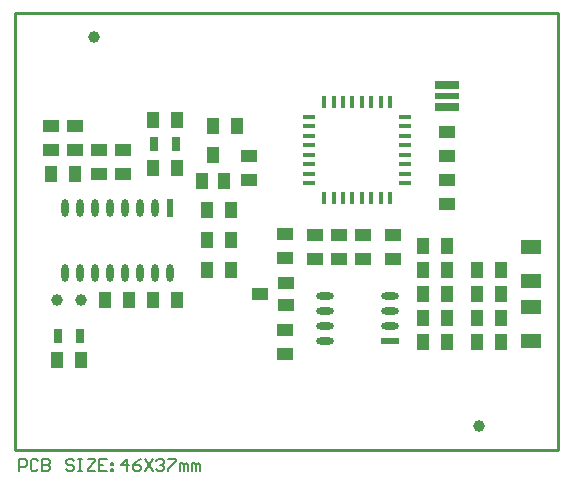
<source format=gtp>
%FSLAX43Y43*%
%MOMM*%
G71*
G01*
G75*
G04 Layer_Color=8421504*
%ADD10R,0.700X1.200*%
%ADD11R,2.050X0.700*%
%ADD12R,2.050X0.500*%
%ADD13O,1.500X0.600*%
%ADD14R,1.500X0.600*%
%ADD15R,1.800X1.300*%
%ADD16O,0.600X1.500*%
%ADD17R,0.600X1.500*%
%ADD18R,0.450X1.075*%
%ADD19R,1.075X0.450*%
%ADD20C,1.000*%
%ADD21R,1.400X1.000*%
%ADD22R,1.000X1.400*%
%ADD23R,1.400X1.000*%
%ADD24R,1.000X1.400*%
%ADD25C,1.000*%
%ADD26C,0.305*%
%ADD27C,0.300*%
%ADD28C,0.500*%
%ADD29C,0.200*%
%ADD30C,0.254*%
%ADD31O,0.900X1.200*%
%ADD32R,0.900X1.200*%
%ADD33C,1.800*%
%ADD34R,1.800X1.800*%
%ADD35R,1.800X1.800*%
%ADD36C,3.000*%
%ADD37C,2.000*%
%ADD38R,2.000X2.000*%
%ADD39C,0.800*%
%ADD40C,0.600*%
%ADD41C,0.250*%
%ADD42C,0.150*%
%ADD43C,0.100*%
%ADD44C,0.152*%
D10*
X5522Y9652D02*
D03*
X3622D02*
D03*
X13650Y25908D02*
D03*
X11750D02*
D03*
D11*
X36576Y29022D02*
D03*
Y30922D02*
D03*
D12*
Y29972D02*
D03*
D13*
X26206Y13081D02*
D03*
Y11811D02*
D03*
Y10541D02*
D03*
Y9271D02*
D03*
X31706Y13081D02*
D03*
Y11811D02*
D03*
Y10541D02*
D03*
D14*
Y9271D02*
D03*
D15*
X43688Y14298D02*
D03*
Y17198D02*
D03*
Y12118D02*
D03*
Y9218D02*
D03*
D16*
X13081Y15030D02*
D03*
X11811D02*
D03*
X4191D02*
D03*
Y20530D02*
D03*
X11811D02*
D03*
X10541D02*
D03*
X9271D02*
D03*
X8001D02*
D03*
X6731D02*
D03*
X5461D02*
D03*
X10541Y15030D02*
D03*
X9271D02*
D03*
X8001D02*
D03*
X6731D02*
D03*
X5461D02*
D03*
D17*
X13081Y20530D02*
D03*
D18*
X31756Y21312D02*
D03*
X30956D02*
D03*
X30156D02*
D03*
X29356D02*
D03*
X28556D02*
D03*
X27756D02*
D03*
X26956D02*
D03*
X26156D02*
D03*
Y29487D02*
D03*
X26956D02*
D03*
X27756D02*
D03*
X28556D02*
D03*
X29356D02*
D03*
X30156D02*
D03*
X30956D02*
D03*
X31756D02*
D03*
D19*
X24868Y22600D02*
D03*
Y23400D02*
D03*
Y24200D02*
D03*
Y25000D02*
D03*
Y25800D02*
D03*
Y26600D02*
D03*
Y27400D02*
D03*
Y28200D02*
D03*
X33043D02*
D03*
Y27400D02*
D03*
Y26600D02*
D03*
Y25800D02*
D03*
Y25000D02*
D03*
Y24200D02*
D03*
Y23400D02*
D03*
Y22600D02*
D03*
D20*
X3556Y12700D02*
D03*
X5588D02*
D03*
X6700Y35000D02*
D03*
X39300Y2000D02*
D03*
D21*
X19812Y22876D02*
D03*
Y24876D02*
D03*
X29464Y18180D02*
D03*
Y16180D02*
D03*
X22860Y18272D02*
D03*
Y16272D02*
D03*
Y8144D02*
D03*
Y10144D02*
D03*
X32004Y18180D02*
D03*
Y16180D02*
D03*
X3048Y27416D02*
D03*
Y25416D02*
D03*
X5080D02*
D03*
Y27416D02*
D03*
X9144Y23384D02*
D03*
Y25384D02*
D03*
X27432Y18180D02*
D03*
Y16180D02*
D03*
X7112Y25384D02*
D03*
Y23384D02*
D03*
X25400Y18180D02*
D03*
Y16180D02*
D03*
X36576Y24908D02*
D03*
Y26908D02*
D03*
Y20844D02*
D03*
Y22844D02*
D03*
D22*
X36560Y11176D02*
D03*
X34560D02*
D03*
Y15240D02*
D03*
X36560D02*
D03*
X39132Y11176D02*
D03*
X41132D02*
D03*
X36560Y17272D02*
D03*
X34560D02*
D03*
X11700Y12700D02*
D03*
X13700D02*
D03*
X11700Y23876D02*
D03*
X13700D02*
D03*
X39132Y15240D02*
D03*
X41132D02*
D03*
Y13208D02*
D03*
X39132D02*
D03*
X41132Y9144D02*
D03*
X39132D02*
D03*
X34560Y13208D02*
D03*
X36560D02*
D03*
Y9144D02*
D03*
X34560D02*
D03*
X7636Y12700D02*
D03*
X9636D02*
D03*
X3572Y7620D02*
D03*
X5572D02*
D03*
X16272Y17780D02*
D03*
X18272D02*
D03*
Y15240D02*
D03*
X16272D02*
D03*
Y20320D02*
D03*
X18272D02*
D03*
X3064Y23368D02*
D03*
X5064D02*
D03*
X11700Y27940D02*
D03*
X13700D02*
D03*
X16780Y27432D02*
D03*
X18780D02*
D03*
D23*
X22944Y12258D02*
D03*
Y14158D02*
D03*
X20744Y13208D02*
D03*
D24*
X15814Y22776D02*
D03*
X17714D02*
D03*
X16764Y24976D02*
D03*
D29*
X300Y-1800D02*
Y-800D01*
X800D01*
X966Y-967D01*
Y-1300D01*
X800Y-1467D01*
X300D01*
X1966Y-967D02*
X1800Y-800D01*
X1466D01*
X1300Y-967D01*
Y-1633D01*
X1466Y-1800D01*
X1800D01*
X1966Y-1633D01*
X2299Y-800D02*
Y-1800D01*
X2799D01*
X2966Y-1633D01*
Y-1467D01*
X2799Y-1300D01*
X2299D01*
X2799D01*
X2966Y-1134D01*
Y-967D01*
X2799Y-800D01*
X2299D01*
X4965Y-967D02*
X4799Y-800D01*
X4465D01*
X4299Y-967D01*
Y-1134D01*
X4465Y-1300D01*
X4799D01*
X4965Y-1467D01*
Y-1633D01*
X4799Y-1800D01*
X4465D01*
X4299Y-1633D01*
X5298Y-800D02*
X5632D01*
X5465D01*
Y-1800D01*
X5298D01*
X5632D01*
X6131Y-800D02*
X6798D01*
Y-967D01*
X6131Y-1633D01*
Y-1800D01*
X6798D01*
X7798Y-800D02*
X7131D01*
Y-1800D01*
X7798D01*
X7131Y-1300D02*
X7464D01*
X8131Y-1134D02*
X8297D01*
Y-1300D01*
X8131D01*
Y-1134D01*
Y-1633D02*
X8297D01*
Y-1800D01*
X8131D01*
Y-1633D01*
X9464Y-1800D02*
Y-800D01*
X8964Y-1300D01*
X9630D01*
X10630Y-800D02*
X10297Y-967D01*
X9964Y-1300D01*
Y-1633D01*
X10130Y-1800D01*
X10463D01*
X10630Y-1633D01*
Y-1467D01*
X10463Y-1300D01*
X9964D01*
X10963Y-800D02*
X11630Y-1800D01*
Y-800D02*
X10963Y-1800D01*
X11963Y-967D02*
X12130Y-800D01*
X12463D01*
X12629Y-967D01*
Y-1134D01*
X12463Y-1300D01*
X12296D01*
X12463D01*
X12629Y-1467D01*
Y-1633D01*
X12463Y-1800D01*
X12130D01*
X11963Y-1633D01*
X12963Y-800D02*
X13629D01*
Y-967D01*
X12963Y-1633D01*
Y-1800D01*
X13962D02*
Y-1134D01*
X14129D01*
X14295Y-1300D01*
Y-1800D01*
Y-1300D01*
X14462Y-1134D01*
X14629Y-1300D01*
Y-1800D01*
X14962D02*
Y-1134D01*
X15129D01*
X15295Y-1300D01*
Y-1800D01*
Y-1300D01*
X15462Y-1134D01*
X15628Y-1300D01*
Y-1800D01*
D30*
X0Y37000D02*
X46000D01*
Y0D02*
Y37000D01*
X0Y0D02*
X46000D01*
X0D02*
Y37000D01*
M02*

</source>
